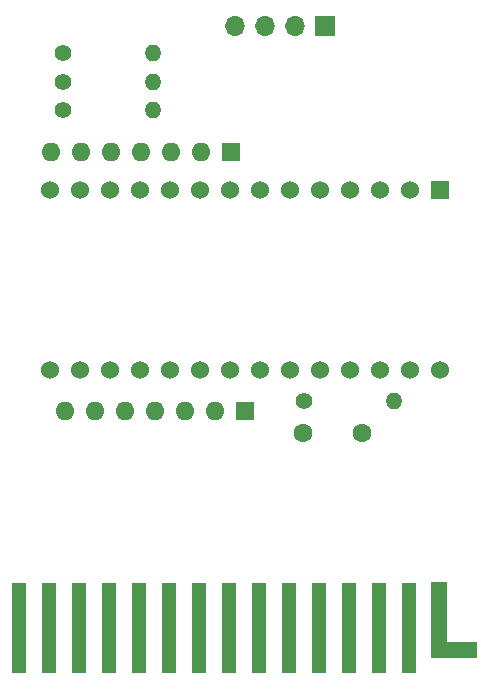
<source format=gbs>
G04 #@! TF.GenerationSoftware,KiCad,Pcbnew,(5.1.8)-1*
G04 #@! TF.CreationDate,2021-12-18T01:10:41-08:00*
G04 #@! TF.ProjectId,ensoniq-cartridge,656e736f-6e69-4712-9d63-617274726964,rev?*
G04 #@! TF.SameCoordinates,Original*
G04 #@! TF.FileFunction,Soldermask,Bot*
G04 #@! TF.FilePolarity,Negative*
%FSLAX46Y46*%
G04 Gerber Fmt 4.6, Leading zero omitted, Abs format (unit mm)*
G04 Created by KiCad (PCBNEW (5.1.8)-1) date 2021-12-18 01:10:41*
%MOMM*%
%LPD*%
G01*
G04 APERTURE LIST*
%ADD10R,1.524000X1.524000*%
%ADD11C,1.524000*%
%ADD12O,1.400000X1.400000*%
%ADD13C,1.400000*%
%ADD14C,1.600000*%
%ADD15C,0.100000*%
%ADD16R,1.270000X7.620000*%
%ADD17O,1.700000X1.700000*%
%ADD18R,1.700000X1.700000*%
%ADD19R,1.600000X1.600000*%
%ADD20O,1.600000X1.600000*%
G04 APERTURE END LIST*
D10*
X137833100Y-92468700D03*
D11*
X135293100Y-92468700D03*
X132753100Y-92468700D03*
X130213100Y-92468700D03*
X127673100Y-92468700D03*
X125133100Y-92468700D03*
X122593100Y-92468700D03*
X120053100Y-92468700D03*
X117513100Y-92468700D03*
X114973100Y-92468700D03*
X112433100Y-92468700D03*
X109893100Y-92468700D03*
X107353100Y-92468700D03*
X104813100Y-92468700D03*
X104813100Y-107708700D03*
X107353100Y-107708700D03*
X109893100Y-107708700D03*
X112433100Y-107708700D03*
X114973100Y-107708700D03*
X117513100Y-107708700D03*
X120053100Y-107708700D03*
X122593100Y-107708700D03*
X125133100Y-107708700D03*
X127673100Y-107708700D03*
X130213100Y-107708700D03*
X132753100Y-107708700D03*
X135293100Y-107708700D03*
X137833100Y-107708700D03*
D12*
X113538000Y-83312000D03*
D13*
X105918000Y-83312000D03*
D12*
X113538000Y-80899000D03*
D13*
X105918000Y-80899000D03*
D12*
X113538000Y-85725000D03*
D13*
X105918000Y-85725000D03*
D14*
X131288800Y-113080800D03*
X126288800Y-113080800D03*
D15*
G36*
X138439755Y-125680961D02*
G01*
X138449134Y-125683806D01*
X138457779Y-125688427D01*
X138465355Y-125694645D01*
X138471573Y-125702221D01*
X138476194Y-125710866D01*
X138479039Y-125720245D01*
X138480000Y-125730000D01*
X138480000Y-130760000D01*
X140970000Y-130760000D01*
X140979755Y-130760961D01*
X140989134Y-130763806D01*
X140997779Y-130768427D01*
X141005355Y-130774645D01*
X141011573Y-130782221D01*
X141016194Y-130790866D01*
X141019039Y-130800245D01*
X141020000Y-130810000D01*
X141020000Y-132080000D01*
X141019039Y-132089755D01*
X141016194Y-132099134D01*
X141011573Y-132107779D01*
X141005355Y-132115355D01*
X140997779Y-132121573D01*
X140989134Y-132126194D01*
X140979755Y-132129039D01*
X140970000Y-132130000D01*
X137160000Y-132130000D01*
X137150245Y-132129039D01*
X137140866Y-132126194D01*
X137132221Y-132121573D01*
X137124645Y-132115355D01*
X137118427Y-132107779D01*
X137113806Y-132099134D01*
X137110961Y-132089755D01*
X137110000Y-132080000D01*
X137110000Y-125730000D01*
X137110961Y-125720245D01*
X137113806Y-125710866D01*
X137118427Y-125702221D01*
X137124645Y-125694645D01*
X137132221Y-125688427D01*
X137140866Y-125683806D01*
X137150245Y-125680961D01*
X137160000Y-125680000D01*
X138430000Y-125680000D01*
X138439755Y-125680961D01*
G37*
D16*
X135255000Y-129540000D03*
X132715000Y-129540000D03*
X130175000Y-129540000D03*
X127635000Y-129540000D03*
X125095000Y-129540000D03*
X122555000Y-129540000D03*
X120015000Y-129540000D03*
X117475000Y-129540000D03*
X114935000Y-129540000D03*
X112395000Y-129540000D03*
X109855000Y-129540000D03*
X107315000Y-129540000D03*
X104775000Y-129540000D03*
X102235000Y-129540000D03*
D12*
X133959600Y-110388400D03*
D13*
X126339600Y-110388400D03*
D17*
X120548400Y-78587600D03*
X123088400Y-78587600D03*
X125628400Y-78587600D03*
D18*
X128168400Y-78587600D03*
D19*
X121386600Y-111201200D03*
D20*
X118846600Y-111201200D03*
X116306600Y-111201200D03*
X113766600Y-111201200D03*
X111226600Y-111201200D03*
X108686600Y-111201200D03*
X106146600Y-111201200D03*
X104902000Y-89306400D03*
X107442000Y-89306400D03*
X109982000Y-89306400D03*
X112522000Y-89306400D03*
X115062000Y-89306400D03*
X117602000Y-89306400D03*
D19*
X120142000Y-89306400D03*
M02*

</source>
